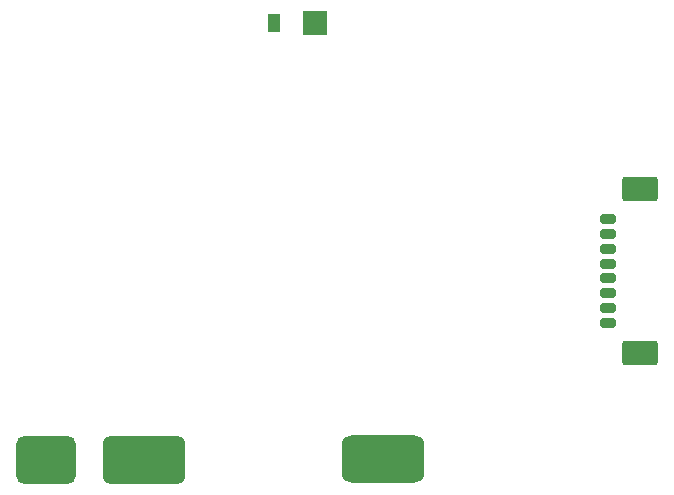
<source format=gbp>
%TF.GenerationSoftware,KiCad,Pcbnew,7.0.10-7.0.10~ubuntu22.04.1*%
%TF.CreationDate,2024-06-11T12:21:50+02:00*%
%TF.ProjectId,PQ_BotBoard,50515f42-6f74-4426-9f61-72642e6b6963,rev?*%
%TF.SameCoordinates,Original*%
%TF.FileFunction,Paste,Bot*%
%TF.FilePolarity,Positive*%
%FSLAX46Y46*%
G04 Gerber Fmt 4.6, Leading zero omitted, Abs format (unit mm)*
G04 Created by KiCad (PCBNEW 7.0.10-7.0.10~ubuntu22.04.1) date 2024-06-11 12:21:50*
%MOMM*%
%LPD*%
G01*
G04 APERTURE LIST*
G04 Aperture macros list*
%AMRoundRect*
0 Rectangle with rounded corners*
0 $1 Rounding radius*
0 $2 $3 $4 $5 $6 $7 $8 $9 X,Y pos of 4 corners*
0 Add a 4 corners polygon primitive as box body*
4,1,4,$2,$3,$4,$5,$6,$7,$8,$9,$2,$3,0*
0 Add four circle primitives for the rounded corners*
1,1,$1+$1,$2,$3*
1,1,$1+$1,$4,$5*
1,1,$1+$1,$6,$7*
1,1,$1+$1,$8,$9*
0 Add four rect primitives between the rounded corners*
20,1,$1+$1,$2,$3,$4,$5,0*
20,1,$1+$1,$4,$5,$6,$7,0*
20,1,$1+$1,$6,$7,$8,$9,0*
20,1,$1+$1,$8,$9,$2,$3,0*%
G04 Aperture macros list end*
%ADD10RoundRect,0.571429X-2.928571X-1.428571X2.928571X-1.428571X2.928571X1.428571X-2.928571X1.428571X0*%
%ADD11RoundRect,0.800000X-2.700000X-1.200000X2.700000X-1.200000X2.700000X1.200000X-2.700000X1.200000X0*%
%ADD12RoundRect,0.571429X-1.928571X-1.428571X1.928571X-1.428571X1.928571X1.428571X-1.928571X1.428571X0*%
%ADD13R,1.000000X1.500000*%
%ADD14R,2.000000X2.000000*%
%ADD15RoundRect,0.200000X-0.450000X0.200000X-0.450000X-0.200000X0.450000X-0.200000X0.450000X0.200000X0*%
%ADD16RoundRect,0.250001X-1.249999X0.799999X-1.249999X-0.799999X1.249999X-0.799999X1.249999X0.799999X0*%
G04 APERTURE END LIST*
D10*
%TO.C,SC1*%
X89252800Y-72948800D03*
D11*
X109471200Y-72895200D03*
D12*
X80921600Y-72946000D03*
%TD*%
D13*
%TO.C,D1*%
X100228400Y-35991800D03*
D14*
X103713900Y-35991800D03*
%TD*%
D15*
%TO.C,J2*%
X128528000Y-52605000D03*
X128528000Y-53855000D03*
X128528000Y-55105000D03*
X128528000Y-56355000D03*
X128528000Y-57605000D03*
X128528000Y-58855000D03*
X128528000Y-60105000D03*
X128528000Y-61355000D03*
D16*
X131278000Y-50055000D03*
X131278000Y-63905000D03*
%TD*%
M02*

</source>
